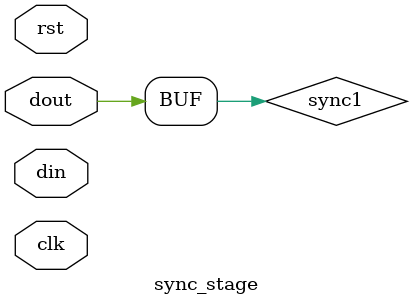
<source format=v>
module sync_stage (
        clk,
        rst,
        din,
        dout
        );
        
    input wire    clk;
    input wire    rst;
    input wire    din;
    input wire    dout;
    
    parameter SYNC_NUM = 2;
    
    reg sync0,sync1;
    
    always@(posedge clk or negedge rst) 
    if(!rst)
    sync0 <= 1'b0;
    else
    sync0 <= din;
    
    always@(posedge clk or negedge rst) 
    if(!rst)
    sync1 <= 1'b0;
    else
    sync1 <= sync0;
    
  generate
  if(SYNC_NUM == 3) begin
  reg sync2 ;
  
    always@(posedge clk or negedge rst) 
    if(!rst)
    sync2 <= 1'b0;
    else
    sync2 <= sync1;
    
    assign dout = sync2;
    end else begin
    assign dout = sync1;
    end
    endgenerate
    endmodule

</source>
